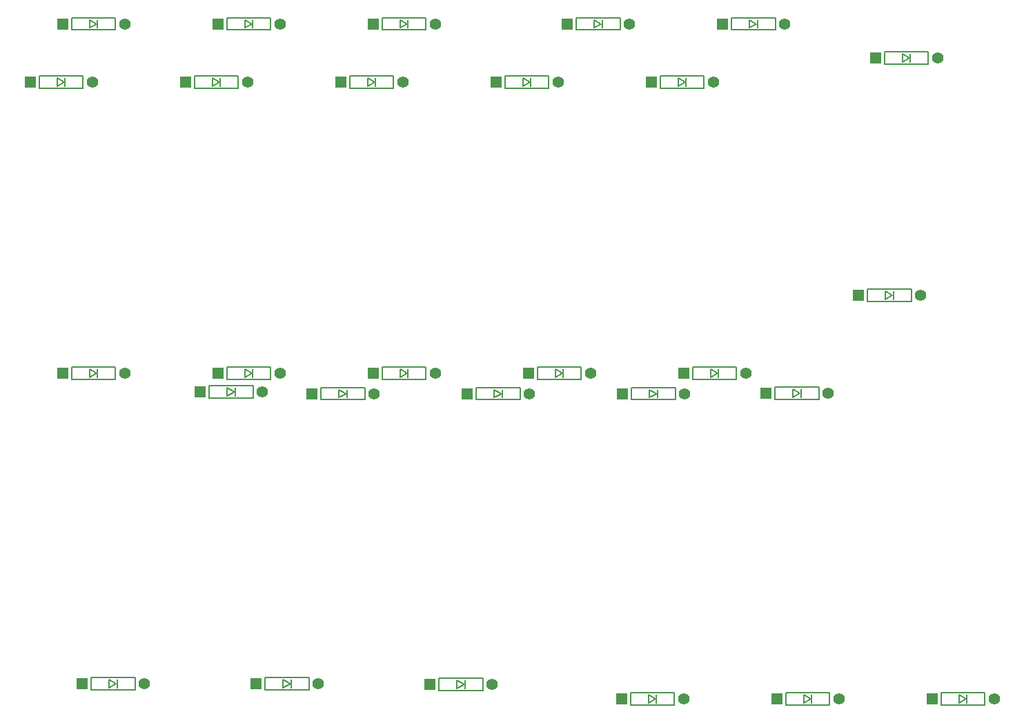
<source format=gbr>
G04 #@! TF.GenerationSoftware,KiCad,Pcbnew,7.0.8*
G04 #@! TF.CreationDate,2023-10-29T20:23:16+09:00*
G04 #@! TF.ProjectId,ckb9,636b6239-2e6b-4696-9361-645f70636258,rev?*
G04 #@! TF.SameCoordinates,Original*
G04 #@! TF.FileFunction,Legend,Top*
G04 #@! TF.FilePolarity,Positive*
%FSLAX46Y46*%
G04 Gerber Fmt 4.6, Leading zero omitted, Abs format (unit mm)*
G04 Created by KiCad (PCBNEW 7.0.8) date 2023-10-29 20:23:16*
%MOMM*%
%LPD*%
G01*
G04 APERTURE LIST*
%ADD10C,0.150000*%
%ADD11R,1.397000X1.397000*%
%ADD12C,1.397000*%
G04 APERTURE END LIST*
D10*
X560132500Y59470000D02*
X560132500Y57970000D01*
X560132500Y57970000D02*
X565532500Y57970000D01*
X562332500Y59220000D02*
X563232500Y58720000D01*
X562332500Y58220000D02*
X562332500Y59220000D01*
X563232500Y58720000D02*
X562332500Y58220000D01*
X563332500Y58220000D02*
X563332500Y59220000D01*
X565532500Y59470000D02*
X560132500Y59470000D01*
X565532500Y57970000D02*
X565532500Y59470000D01*
X579182500Y59470000D02*
X579182500Y57970000D01*
X579182500Y57970000D02*
X584582500Y57970000D01*
X581382500Y59220000D02*
X582282500Y58720000D01*
X581382500Y58220000D02*
X581382500Y59220000D01*
X582282500Y58720000D02*
X581382500Y58220000D01*
X582382500Y58220000D02*
X582382500Y59220000D01*
X584582500Y59470000D02*
X579182500Y59470000D01*
X584582500Y57970000D02*
X584582500Y59470000D01*
X598232500Y59470000D02*
X598232500Y57970000D01*
X598232500Y57970000D02*
X603632500Y57970000D01*
X600432500Y59220000D02*
X601332500Y58720000D01*
X600432500Y58220000D02*
X600432500Y59220000D01*
X601332500Y58720000D02*
X600432500Y58220000D01*
X601432500Y58220000D02*
X601432500Y59220000D01*
X603632500Y59470000D02*
X598232500Y59470000D01*
X603632500Y57970000D02*
X603632500Y59470000D01*
X622045000Y59470000D02*
X622045000Y57970000D01*
X622045000Y57970000D02*
X627445000Y57970000D01*
X624245000Y59220000D02*
X625145000Y58720000D01*
X624245000Y58220000D02*
X624245000Y59220000D01*
X625145000Y58720000D02*
X624245000Y58220000D01*
X625245000Y58220000D02*
X625245000Y59220000D01*
X627445000Y59470000D02*
X622045000Y59470000D01*
X627445000Y57970000D02*
X627445000Y59470000D01*
X641095000Y59470000D02*
X641095000Y57970000D01*
X641095000Y57970000D02*
X646495000Y57970000D01*
X643295000Y59220000D02*
X644195000Y58720000D01*
X643295000Y58220000D02*
X643295000Y59220000D01*
X644195000Y58720000D02*
X643295000Y58220000D01*
X644295000Y58220000D02*
X644295000Y59220000D01*
X646495000Y59470000D02*
X641095000Y59470000D01*
X646495000Y57970000D02*
X646495000Y59470000D01*
X659870000Y55280000D02*
X659870000Y53780000D01*
X659870000Y53780000D02*
X665270000Y53780000D01*
X662070000Y55030000D02*
X662970000Y54530000D01*
X662070000Y54030000D02*
X662070000Y55030000D01*
X662970000Y54530000D02*
X662070000Y54030000D01*
X663070000Y54030000D02*
X663070000Y55030000D01*
X665270000Y55280000D02*
X659870000Y55280000D01*
X665270000Y53780000D02*
X665270000Y55280000D01*
X556160000Y52327500D02*
X556160000Y50827500D01*
X556160000Y50827500D02*
X561560000Y50827500D01*
X558360000Y52077500D02*
X559260000Y51577500D01*
X558360000Y51077500D02*
X558360000Y52077500D01*
X559260000Y51577500D02*
X558360000Y51077500D01*
X559360000Y51077500D02*
X559360000Y52077500D01*
X561560000Y52327500D02*
X556160000Y52327500D01*
X561560000Y50827500D02*
X561560000Y52327500D01*
X575210000Y52327500D02*
X575210000Y50827500D01*
X575210000Y50827500D02*
X580610000Y50827500D01*
X577410000Y52077500D02*
X578310000Y51577500D01*
X577410000Y51077500D02*
X577410000Y52077500D01*
X578310000Y51577500D02*
X577410000Y51077500D01*
X578410000Y51077500D02*
X578410000Y52077500D01*
X580610000Y52327500D02*
X575210000Y52327500D01*
X580610000Y50827500D02*
X580610000Y52327500D01*
X594260000Y52327500D02*
X594260000Y50827500D01*
X594260000Y50827500D02*
X599660000Y50827500D01*
X596460000Y52077500D02*
X597360000Y51577500D01*
X596460000Y51077500D02*
X596460000Y52077500D01*
X597360000Y51577500D02*
X596460000Y51077500D01*
X597460000Y51077500D02*
X597460000Y52077500D01*
X599660000Y52327500D02*
X594260000Y52327500D01*
X599660000Y50827500D02*
X599660000Y52327500D01*
X613310000Y52327500D02*
X613310000Y50827500D01*
X613310000Y50827500D02*
X618710000Y50827500D01*
X615510000Y52077500D02*
X616410000Y51577500D01*
X615510000Y51077500D02*
X615510000Y52077500D01*
X616410000Y51577500D02*
X615510000Y51077500D01*
X616510000Y51077500D02*
X616510000Y52077500D01*
X618710000Y52327500D02*
X613310000Y52327500D01*
X618710000Y50827500D02*
X618710000Y52327500D01*
X632360000Y52327500D02*
X632360000Y50827500D01*
X632360000Y50827500D02*
X637760000Y50827500D01*
X634560000Y52077500D02*
X635460000Y51577500D01*
X634560000Y51077500D02*
X634560000Y52077500D01*
X635460000Y51577500D02*
X634560000Y51077500D01*
X635560000Y51077500D02*
X635560000Y52077500D01*
X637760000Y52327500D02*
X632360000Y52327500D01*
X637760000Y50827500D02*
X637760000Y52327500D01*
X560132500Y16607500D02*
X560132500Y15107500D01*
X560132500Y15107500D02*
X565532500Y15107500D01*
X562332500Y16357500D02*
X563232500Y15857500D01*
X562332500Y15357500D02*
X562332500Y16357500D01*
X563232500Y15857500D02*
X562332500Y15357500D01*
X563332500Y15357500D02*
X563332500Y16357500D01*
X565532500Y16607500D02*
X560132500Y16607500D01*
X565532500Y15107500D02*
X565532500Y16607500D01*
X579182500Y16607500D02*
X579182500Y15107500D01*
X579182500Y15107500D02*
X584582500Y15107500D01*
X581382500Y16357500D02*
X582282500Y15857500D01*
X581382500Y15357500D02*
X581382500Y16357500D01*
X582282500Y15857500D02*
X581382500Y15357500D01*
X582382500Y15357500D02*
X582382500Y16357500D01*
X584582500Y16607500D02*
X579182500Y16607500D01*
X584582500Y15107500D02*
X584582500Y16607500D01*
X598232500Y16607500D02*
X598232500Y15107500D01*
X598232500Y15107500D02*
X603632500Y15107500D01*
X600432500Y16357500D02*
X601332500Y15857500D01*
X600432500Y15357500D02*
X600432500Y16357500D01*
X601332500Y15857500D02*
X600432500Y15357500D01*
X601432500Y15357500D02*
X601432500Y16357500D01*
X603632500Y16607500D02*
X598232500Y16607500D01*
X603632500Y15107500D02*
X603632500Y16607500D01*
X617282500Y16607500D02*
X617282500Y15107500D01*
X617282500Y15107500D02*
X622682500Y15107500D01*
X619482500Y16357500D02*
X620382500Y15857500D01*
X619482500Y15357500D02*
X619482500Y16357500D01*
X620382500Y15857500D02*
X619482500Y15357500D01*
X620482500Y15357500D02*
X620482500Y16357500D01*
X622682500Y16607500D02*
X617282500Y16607500D01*
X622682500Y15107500D02*
X622682500Y16607500D01*
X636332500Y16607500D02*
X636332500Y15107500D01*
X636332500Y15107500D02*
X641732500Y15107500D01*
X638532500Y16357500D02*
X639432500Y15857500D01*
X638532500Y15357500D02*
X638532500Y16357500D01*
X639432500Y15857500D02*
X638532500Y15357500D01*
X639532500Y15357500D02*
X639532500Y16357500D01*
X641732500Y16607500D02*
X636332500Y16607500D01*
X641732500Y15107500D02*
X641732500Y16607500D01*
X577020000Y14320000D02*
X577020000Y12820000D01*
X577020000Y12820000D02*
X582420000Y12820000D01*
X579220000Y14070000D02*
X580120000Y13570000D01*
X579220000Y13070000D02*
X579220000Y14070000D01*
X580120000Y13570000D02*
X579220000Y13070000D01*
X580220000Y13070000D02*
X580220000Y14070000D01*
X582420000Y14320000D02*
X577020000Y14320000D01*
X582420000Y12820000D02*
X582420000Y14320000D01*
X590747500Y14087500D02*
X590747500Y12587500D01*
X590747500Y12587500D02*
X596147500Y12587500D01*
X592947500Y13837500D02*
X593847500Y13337500D01*
X592947500Y12837500D02*
X592947500Y13837500D01*
X593847500Y13337500D02*
X592947500Y12837500D01*
X593947500Y12837500D02*
X593947500Y13837500D01*
X596147500Y14087500D02*
X590747500Y14087500D01*
X596147500Y12587500D02*
X596147500Y14087500D01*
X609797500Y14087500D02*
X609797500Y12587500D01*
X609797500Y12587500D02*
X615197500Y12587500D01*
X611997500Y13837500D02*
X612897500Y13337500D01*
X611997500Y12837500D02*
X611997500Y13837500D01*
X612897500Y13337500D02*
X611997500Y12837500D01*
X612997500Y12837500D02*
X612997500Y13837500D01*
X615197500Y14087500D02*
X609797500Y14087500D01*
X615197500Y12587500D02*
X615197500Y14087500D01*
X628847500Y14087500D02*
X628847500Y12587500D01*
X628847500Y12587500D02*
X634247500Y12587500D01*
X631047500Y13837500D02*
X631947500Y13337500D01*
X631047500Y12837500D02*
X631047500Y13837500D01*
X631947500Y13337500D02*
X631047500Y12837500D01*
X632047500Y12837500D02*
X632047500Y13837500D01*
X634247500Y14087500D02*
X628847500Y14087500D01*
X634247500Y12587500D02*
X634247500Y14087500D01*
X646430000Y14150000D02*
X646430000Y12650000D01*
X646430000Y12650000D02*
X651830000Y12650000D01*
X648630000Y13900000D02*
X649530000Y13400000D01*
X648630000Y12900000D02*
X648630000Y13900000D01*
X649530000Y13400000D02*
X648630000Y12900000D01*
X649630000Y12900000D02*
X649630000Y13900000D01*
X651830000Y14150000D02*
X646430000Y14150000D01*
X651830000Y12650000D02*
X651830000Y14150000D01*
X605200000Y-21610000D02*
X605200000Y-23110000D01*
X605200000Y-23110000D02*
X610600000Y-23110000D01*
X607400000Y-21860000D02*
X608300000Y-22360000D01*
X607400000Y-22860000D02*
X607400000Y-21860000D01*
X608300000Y-22360000D02*
X607400000Y-22860000D01*
X608400000Y-22860000D02*
X608400000Y-21860000D01*
X610600000Y-21610000D02*
X605200000Y-21610000D01*
X610600000Y-23110000D02*
X610600000Y-21610000D01*
X628712500Y-23397500D02*
X628712500Y-24897500D01*
X628712500Y-24897500D02*
X634112500Y-24897500D01*
X630912500Y-23647500D02*
X631812500Y-24147500D01*
X630912500Y-24647500D02*
X630912500Y-23647500D01*
X631812500Y-24147500D02*
X630912500Y-24647500D01*
X631912500Y-24647500D02*
X631912500Y-23647500D01*
X634112500Y-23397500D02*
X628712500Y-23397500D01*
X634112500Y-24897500D02*
X634112500Y-23397500D01*
X647762500Y-23397500D02*
X647762500Y-24897500D01*
X647762500Y-24897500D02*
X653162500Y-24897500D01*
X649962500Y-23647500D02*
X650862500Y-24147500D01*
X649962500Y-24647500D02*
X649962500Y-23647500D01*
X650862500Y-24147500D02*
X649962500Y-24647500D01*
X650962500Y-24647500D02*
X650962500Y-23647500D01*
X653162500Y-23397500D02*
X647762500Y-23397500D01*
X653162500Y-24897500D02*
X653162500Y-23397500D01*
X666812500Y-23397500D02*
X666812500Y-24897500D01*
X666812500Y-24897500D02*
X672212500Y-24897500D01*
X669012500Y-23647500D02*
X669912500Y-24147500D01*
X669012500Y-24647500D02*
X669012500Y-23647500D01*
X669912500Y-24147500D02*
X669012500Y-24647500D01*
X670012500Y-24647500D02*
X670012500Y-23647500D01*
X672212500Y-23397500D02*
X666812500Y-23397500D01*
X672212500Y-24897500D02*
X672212500Y-23397500D01*
X562513500Y-21492500D02*
X562513500Y-22992500D01*
X562513500Y-22992500D02*
X567913500Y-22992500D01*
X564713500Y-21742500D02*
X565613500Y-22242500D01*
X564713500Y-22742500D02*
X564713500Y-21742500D01*
X565613500Y-22242500D02*
X564713500Y-22742500D01*
X565713500Y-22742500D02*
X565713500Y-21742500D01*
X567913500Y-21492500D02*
X562513500Y-21492500D01*
X567913500Y-22992500D02*
X567913500Y-21492500D01*
X583910000Y-21540000D02*
X583910000Y-23040000D01*
X583910000Y-23040000D02*
X589310000Y-23040000D01*
X586110000Y-21790000D02*
X587010000Y-22290000D01*
X586110000Y-22790000D02*
X586110000Y-21790000D01*
X587010000Y-22290000D02*
X586110000Y-22790000D01*
X587110000Y-22790000D02*
X587110000Y-21790000D01*
X589310000Y-21540000D02*
X583910000Y-21540000D01*
X589310000Y-23040000D02*
X589310000Y-21540000D01*
X657763500Y26132500D02*
X657763500Y24632500D01*
X657763500Y24632500D02*
X663163500Y24632500D01*
X659963500Y25882500D02*
X660863500Y25382500D01*
X659963500Y24882500D02*
X659963500Y25882500D01*
X660863500Y25382500D02*
X659963500Y24882500D01*
X660963500Y24882500D02*
X660963500Y25882500D01*
X663163500Y26132500D02*
X657763500Y26132500D01*
X663163500Y24632500D02*
X663163500Y26132500D01*
D11*
X559022500Y58720000D03*
D12*
X566642500Y58720000D03*
D11*
X578072500Y58720000D03*
D12*
X585692500Y58720000D03*
D11*
X597122500Y58720000D03*
D12*
X604742500Y58720000D03*
D11*
X620935000Y58720000D03*
D12*
X628555000Y58720000D03*
D11*
X639985000Y58720000D03*
D12*
X647605000Y58720000D03*
D11*
X658760000Y54530000D03*
D12*
X666380000Y54530000D03*
D11*
X555050000Y51577500D03*
D12*
X562670000Y51577500D03*
D11*
X574100000Y51577500D03*
D12*
X581720000Y51577500D03*
D11*
X593150000Y51577500D03*
D12*
X600770000Y51577500D03*
D11*
X612200000Y51577500D03*
D12*
X619820000Y51577500D03*
D11*
X631250000Y51577500D03*
D12*
X638870000Y51577500D03*
D11*
X559022500Y15857500D03*
D12*
X566642500Y15857500D03*
D11*
X578072500Y15857500D03*
D12*
X585692500Y15857500D03*
D11*
X597122500Y15857500D03*
D12*
X604742500Y15857500D03*
D11*
X616172500Y15857500D03*
D12*
X623792500Y15857500D03*
D11*
X635222500Y15857500D03*
D12*
X642842500Y15857500D03*
D11*
X575910000Y13570000D03*
D12*
X583530000Y13570000D03*
D11*
X589637500Y13337500D03*
D12*
X597257500Y13337500D03*
D11*
X608687500Y13337500D03*
D12*
X616307500Y13337500D03*
D11*
X627737500Y13337500D03*
D12*
X635357500Y13337500D03*
D11*
X645320000Y13400000D03*
D12*
X652940000Y13400000D03*
D11*
X604090000Y-22360000D03*
D12*
X611710000Y-22360000D03*
D11*
X627602500Y-24147500D03*
D12*
X635222500Y-24147500D03*
D11*
X646652500Y-24147500D03*
D12*
X654272500Y-24147500D03*
D11*
X665702500Y-24147500D03*
D12*
X673322500Y-24147500D03*
D11*
X561403500Y-22242500D03*
D12*
X569023500Y-22242500D03*
D11*
X582800000Y-22290000D03*
D12*
X590420000Y-22290000D03*
D11*
X656653500Y25382500D03*
D12*
X664273500Y25382500D03*
M02*

</source>
